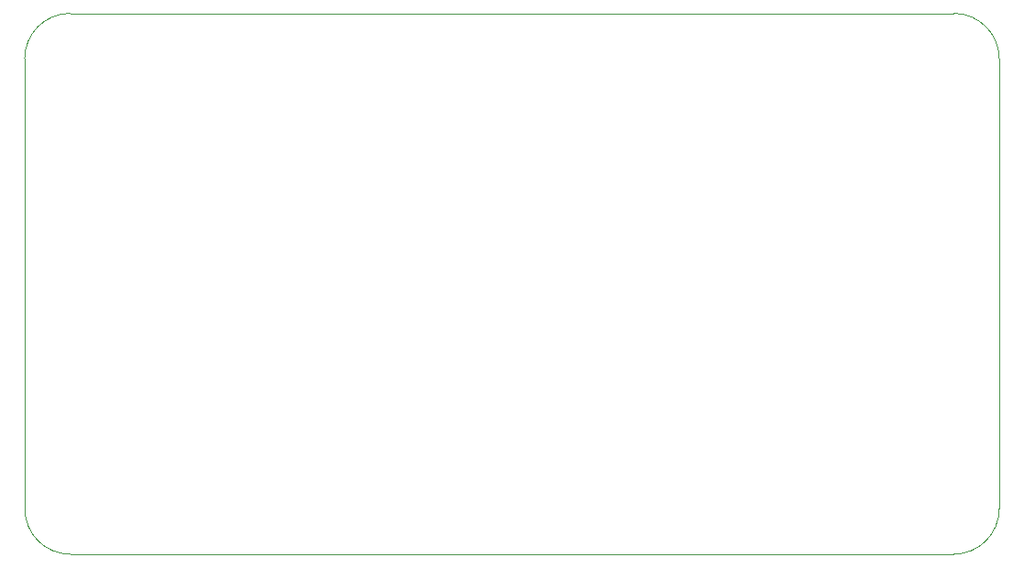
<source format=gm1>
%TF.GenerationSoftware,KiCad,Pcbnew,8.0.2*%
%TF.CreationDate,2024-05-25T15:23:05+03:00*%
%TF.ProjectId,sos_business_card,736f735f-6275-4736-996e-6573735f6361,A*%
%TF.SameCoordinates,Original*%
%TF.FileFunction,Profile,NP*%
%FSLAX46Y46*%
G04 Gerber Fmt 4.6, Leading zero omitted, Abs format (unit mm)*
G04 Created by KiCad (PCBNEW 8.0.2) date 2024-05-25 15:23:05*
%MOMM*%
%LPD*%
G01*
G04 APERTURE LIST*
%TA.AperFunction,Profile*%
%ADD10C,0.050000*%
%TD*%
G04 APERTURE END LIST*
D10*
X119380000Y-138572365D02*
X201041000Y-138572365D01*
X205247365Y-134366000D02*
G75*
G02*
X201041000Y-138572365I-4206365J0D01*
G01*
X119364635Y-88503635D02*
X201041000Y-88503635D01*
X201041000Y-88503635D02*
G75*
G02*
X205247365Y-92710000I0J-4206365D01*
G01*
X119380000Y-138572365D02*
G75*
G02*
X115173635Y-134367551I0J4206365D01*
G01*
X115158271Y-92711552D02*
X115173636Y-134367551D01*
X115158271Y-92711552D02*
G75*
G02*
X119364635Y-88503671I4206329J1552D01*
G01*
X205247365Y-92710000D02*
X205247365Y-134366000D01*
M02*

</source>
